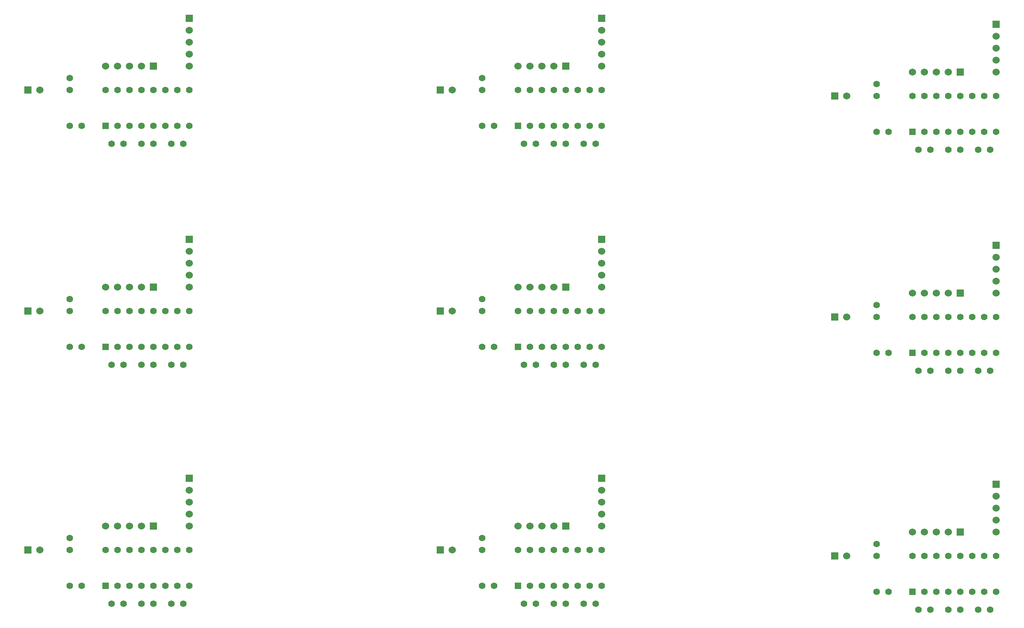
<source format=gtl>
G04 (created by PCBNEW-RS274X (2011-05-25)-stable) date lun 21 nov 2011 16:39:51 UYST*
G01*
G70*
G90*
%MOIN*%
G04 Gerber Fmt 3.4, Leading zero omitted, Abs format*
%FSLAX34Y34*%
G04 APERTURE LIST*
%ADD10C,0.006000*%
%ADD11R,0.060000X0.060000*%
%ADD12C,0.060000*%
%ADD13C,0.055000*%
%ADD14R,0.055000X0.055000*%
G04 APERTURE END LIST*
G54D10*
G54D11*
X84500Y-58000D03*
G54D12*
X85500Y-58000D03*
G54D11*
X95000Y-56000D03*
G54D12*
X94000Y-56000D03*
X93000Y-56000D03*
X92000Y-56000D03*
X91000Y-56000D03*
G54D11*
X98000Y-52000D03*
G54D12*
X98000Y-53000D03*
X98000Y-54000D03*
X98000Y-55000D03*
X98000Y-56000D03*
G54D13*
X88000Y-58000D03*
X88000Y-57000D03*
X89000Y-61000D03*
X88000Y-61000D03*
X96500Y-62500D03*
X97500Y-62500D03*
X94000Y-62500D03*
X95000Y-62500D03*
X91500Y-62500D03*
X92500Y-62500D03*
G54D14*
X91000Y-61000D03*
G54D13*
X92000Y-61000D03*
X93000Y-61000D03*
X94000Y-61000D03*
X95000Y-61000D03*
X96000Y-61000D03*
X97000Y-61000D03*
X98000Y-61000D03*
X98000Y-58000D03*
X97000Y-58000D03*
X96000Y-58000D03*
X95000Y-58000D03*
X94000Y-58000D03*
X93000Y-58000D03*
X92000Y-58000D03*
X91000Y-58000D03*
G54D11*
X17000Y-57500D03*
G54D12*
X18000Y-57500D03*
G54D11*
X27500Y-55500D03*
G54D12*
X26500Y-55500D03*
X25500Y-55500D03*
X24500Y-55500D03*
X23500Y-55500D03*
G54D11*
X30500Y-51500D03*
G54D12*
X30500Y-52500D03*
X30500Y-53500D03*
X30500Y-54500D03*
X30500Y-55500D03*
G54D13*
X20500Y-57500D03*
X20500Y-56500D03*
X21500Y-60500D03*
X20500Y-60500D03*
X29000Y-62000D03*
X30000Y-62000D03*
X26500Y-62000D03*
X27500Y-62000D03*
X24000Y-62000D03*
X25000Y-62000D03*
G54D14*
X23500Y-60500D03*
G54D13*
X24500Y-60500D03*
X25500Y-60500D03*
X26500Y-60500D03*
X27500Y-60500D03*
X28500Y-60500D03*
X29500Y-60500D03*
X30500Y-60500D03*
X30500Y-57500D03*
X29500Y-57500D03*
X28500Y-57500D03*
X27500Y-57500D03*
X26500Y-57500D03*
X25500Y-57500D03*
X24500Y-57500D03*
X23500Y-57500D03*
G54D14*
X58000Y-60500D03*
G54D13*
X59000Y-60500D03*
X60000Y-60500D03*
X61000Y-60500D03*
X62000Y-60500D03*
X63000Y-60500D03*
X64000Y-60500D03*
X65000Y-60500D03*
X65000Y-57500D03*
X64000Y-57500D03*
X63000Y-57500D03*
X62000Y-57500D03*
X61000Y-57500D03*
X60000Y-57500D03*
X59000Y-57500D03*
X58000Y-57500D03*
X58500Y-62000D03*
X59500Y-62000D03*
X61000Y-62000D03*
X62000Y-62000D03*
X63500Y-62000D03*
X64500Y-62000D03*
X56000Y-60500D03*
X55000Y-60500D03*
X55000Y-57500D03*
X55000Y-56500D03*
G54D11*
X65000Y-51500D03*
G54D12*
X65000Y-52500D03*
X65000Y-53500D03*
X65000Y-54500D03*
X65000Y-55500D03*
G54D11*
X62000Y-55500D03*
G54D12*
X61000Y-55500D03*
X60000Y-55500D03*
X59000Y-55500D03*
X58000Y-55500D03*
G54D11*
X51500Y-57500D03*
G54D12*
X52500Y-57500D03*
G54D11*
X51500Y-37500D03*
G54D12*
X52500Y-37500D03*
G54D11*
X62000Y-35500D03*
G54D12*
X61000Y-35500D03*
X60000Y-35500D03*
X59000Y-35500D03*
X58000Y-35500D03*
G54D11*
X65000Y-31500D03*
G54D12*
X65000Y-32500D03*
X65000Y-33500D03*
X65000Y-34500D03*
X65000Y-35500D03*
G54D13*
X55000Y-37500D03*
X55000Y-36500D03*
X56000Y-40500D03*
X55000Y-40500D03*
X63500Y-42000D03*
X64500Y-42000D03*
X61000Y-42000D03*
X62000Y-42000D03*
X58500Y-42000D03*
X59500Y-42000D03*
G54D14*
X58000Y-40500D03*
G54D13*
X59000Y-40500D03*
X60000Y-40500D03*
X61000Y-40500D03*
X62000Y-40500D03*
X63000Y-40500D03*
X64000Y-40500D03*
X65000Y-40500D03*
X65000Y-37500D03*
X64000Y-37500D03*
X63000Y-37500D03*
X62000Y-37500D03*
X61000Y-37500D03*
X60000Y-37500D03*
X59000Y-37500D03*
X58000Y-37500D03*
G54D14*
X23500Y-40500D03*
G54D13*
X24500Y-40500D03*
X25500Y-40500D03*
X26500Y-40500D03*
X27500Y-40500D03*
X28500Y-40500D03*
X29500Y-40500D03*
X30500Y-40500D03*
X30500Y-37500D03*
X29500Y-37500D03*
X28500Y-37500D03*
X27500Y-37500D03*
X26500Y-37500D03*
X25500Y-37500D03*
X24500Y-37500D03*
X23500Y-37500D03*
X24000Y-42000D03*
X25000Y-42000D03*
X26500Y-42000D03*
X27500Y-42000D03*
X29000Y-42000D03*
X30000Y-42000D03*
X21500Y-40500D03*
X20500Y-40500D03*
X20500Y-37500D03*
X20500Y-36500D03*
G54D11*
X30500Y-31500D03*
G54D12*
X30500Y-32500D03*
X30500Y-33500D03*
X30500Y-34500D03*
X30500Y-35500D03*
G54D11*
X27500Y-35500D03*
G54D12*
X26500Y-35500D03*
X25500Y-35500D03*
X24500Y-35500D03*
X23500Y-35500D03*
G54D11*
X17000Y-37500D03*
G54D12*
X18000Y-37500D03*
G54D14*
X91000Y-41000D03*
G54D13*
X92000Y-41000D03*
X93000Y-41000D03*
X94000Y-41000D03*
X95000Y-41000D03*
X96000Y-41000D03*
X97000Y-41000D03*
X98000Y-41000D03*
X98000Y-38000D03*
X97000Y-38000D03*
X96000Y-38000D03*
X95000Y-38000D03*
X94000Y-38000D03*
X93000Y-38000D03*
X92000Y-38000D03*
X91000Y-38000D03*
X91500Y-42500D03*
X92500Y-42500D03*
X94000Y-42500D03*
X95000Y-42500D03*
X96500Y-42500D03*
X97500Y-42500D03*
X89000Y-41000D03*
X88000Y-41000D03*
X88000Y-38000D03*
X88000Y-37000D03*
G54D11*
X98000Y-32000D03*
G54D12*
X98000Y-33000D03*
X98000Y-34000D03*
X98000Y-35000D03*
X98000Y-36000D03*
G54D11*
X95000Y-36000D03*
G54D12*
X94000Y-36000D03*
X93000Y-36000D03*
X92000Y-36000D03*
X91000Y-36000D03*
G54D11*
X84500Y-38000D03*
G54D12*
X85500Y-38000D03*
G54D11*
X84500Y-19500D03*
G54D12*
X85500Y-19500D03*
G54D11*
X95000Y-17500D03*
G54D12*
X94000Y-17500D03*
X93000Y-17500D03*
X92000Y-17500D03*
X91000Y-17500D03*
G54D11*
X98000Y-13500D03*
G54D12*
X98000Y-14500D03*
X98000Y-15500D03*
X98000Y-16500D03*
X98000Y-17500D03*
G54D13*
X88000Y-19500D03*
X88000Y-18500D03*
X89000Y-22500D03*
X88000Y-22500D03*
X96500Y-24000D03*
X97500Y-24000D03*
X94000Y-24000D03*
X95000Y-24000D03*
X91500Y-24000D03*
X92500Y-24000D03*
G54D14*
X91000Y-22500D03*
G54D13*
X92000Y-22500D03*
X93000Y-22500D03*
X94000Y-22500D03*
X95000Y-22500D03*
X96000Y-22500D03*
X97000Y-22500D03*
X98000Y-22500D03*
X98000Y-19500D03*
X97000Y-19500D03*
X96000Y-19500D03*
X95000Y-19500D03*
X94000Y-19500D03*
X93000Y-19500D03*
X92000Y-19500D03*
X91000Y-19500D03*
G54D11*
X17000Y-19000D03*
G54D12*
X18000Y-19000D03*
G54D11*
X27500Y-17000D03*
G54D12*
X26500Y-17000D03*
X25500Y-17000D03*
X24500Y-17000D03*
X23500Y-17000D03*
G54D11*
X30500Y-13000D03*
G54D12*
X30500Y-14000D03*
X30500Y-15000D03*
X30500Y-16000D03*
X30500Y-17000D03*
G54D13*
X20500Y-19000D03*
X20500Y-18000D03*
X21500Y-22000D03*
X20500Y-22000D03*
X29000Y-23500D03*
X30000Y-23500D03*
X26500Y-23500D03*
X27500Y-23500D03*
X24000Y-23500D03*
X25000Y-23500D03*
G54D14*
X23500Y-22000D03*
G54D13*
X24500Y-22000D03*
X25500Y-22000D03*
X26500Y-22000D03*
X27500Y-22000D03*
X28500Y-22000D03*
X29500Y-22000D03*
X30500Y-22000D03*
X30500Y-19000D03*
X29500Y-19000D03*
X28500Y-19000D03*
X27500Y-19000D03*
X26500Y-19000D03*
X25500Y-19000D03*
X24500Y-19000D03*
X23500Y-19000D03*
G54D14*
X58000Y-22000D03*
G54D13*
X59000Y-22000D03*
X60000Y-22000D03*
X61000Y-22000D03*
X62000Y-22000D03*
X63000Y-22000D03*
X64000Y-22000D03*
X65000Y-22000D03*
X65000Y-19000D03*
X64000Y-19000D03*
X63000Y-19000D03*
X62000Y-19000D03*
X61000Y-19000D03*
X60000Y-19000D03*
X59000Y-19000D03*
X58000Y-19000D03*
X58500Y-23500D03*
X59500Y-23500D03*
X61000Y-23500D03*
X62000Y-23500D03*
X63500Y-23500D03*
X64500Y-23500D03*
X56000Y-22000D03*
X55000Y-22000D03*
X55000Y-19000D03*
X55000Y-18000D03*
G54D11*
X65000Y-13000D03*
G54D12*
X65000Y-14000D03*
X65000Y-15000D03*
X65000Y-16000D03*
X65000Y-17000D03*
G54D11*
X62000Y-17000D03*
G54D12*
X61000Y-17000D03*
X60000Y-17000D03*
X59000Y-17000D03*
X58000Y-17000D03*
G54D11*
X51500Y-19000D03*
G54D12*
X52500Y-19000D03*
M02*

</source>
